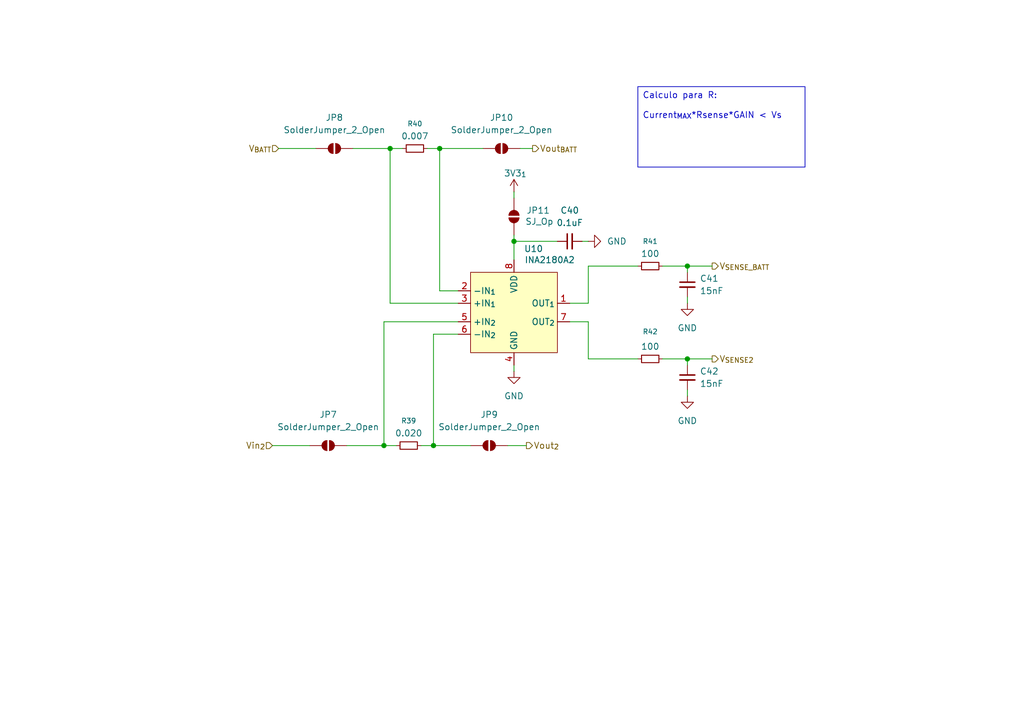
<source format=kicad_sch>
(kicad_sch (version 20250114) (generator "eeschema") (generator_version "9.0")
  (paper "A5")
  (lib_symbols
    (symbol "CompVuelo:INA2180"
      (property "Reference" "U" (at -8.382 9.398 0))
      (property "Value" "INA2180" (at 0 0 0))
      (symbol "INA2180_1_1"
        (rectangle (start -8.89 7.62) (end 8.89 -8.89) (fill (type background)))
        (pin input line (at -11.43 3.81 0) (length 2.54) (name "-IN_{1}") (number "2"))
        (pin input line (at -11.43 1.27 0) (length 2.54) (name "+IN_{1}") (number "3"))
        (pin input line (at -11.43 -2.54 0) (length 2.54) (name "+IN_{2}") (number "5"))
        (pin input line (at -11.43 -5.08 0) (length 2.54) (name "-IN_{2}") (number "6"))
        (pin power_in line (at 0 10.16 270) (length 2.54) (name "VDD") (number "8"))
        (pin passive line (at 0 -11.43 90) (length 2.54) (name "GND") (number "4"))
        (pin output line (at 11.43 1.27 180) (length 2.54) (name "OUT_{1}") (number "1"))
        (pin output line (at 11.43 -2.54 180) (length 2.54) (name "OUT_{2}") (number "7"))
      )
    )
    (symbol "Device:C_Small" (pin_numbers (hide yes)) (pin_names (offset 0.254) (hide yes))
      (property "Reference" "C" (at 0.254 1.778 0))
      (property "Value" "C_Small" (at 0.254 -2.032 0))
      (symbol "C_Small_0_1"
        (polyline (pts (xy -1.524 0.508) (xy 1.524 0.508)) (stroke (width 0.3048)))
        (polyline (pts (xy -1.524 -0.508) (xy 1.524 -0.508)) (stroke (width 0.3302)))
      )
      (symbol "C_Small_1_1"
        (pin passive line (at 0 2.54 270) (length 2.032) (name "~") (number "1"))
        (pin passive line (at 0 -2.54 90) (length 2.032) (name "~") (number "2"))
      )
    )
    (symbol "Device:R_Small" (pin_numbers (hide yes)) (pin_names (offset 0.254) (hide yes))
      (property "Reference" "R" (at 0 0 90))
      (property "Value" "R_Small" (at 1.778 0 90))
      (symbol "R_Small_0_1"
        (rectangle (start -0.762 1.778) (end 0.762 -1.778) (stroke (width 0.2032)))
      )
      (symbol "R_Small_1_1"
        (pin passive line (at 0 2.54 270) (length 0.762) (name "~") (number "1"))
        (pin passive line (at 0 -2.54 90) (length 0.762) (name "~") (number "2"))
      )
    )
    (symbol "Jumper:SolderJumper_2_Open" (pin_numbers (hide yes)) (pin_names (offset 0) (hide yes)) (in_bom no)
      (property "Reference" "JP" (at 0 2.032 0))
      (property "Value" "SolderJumper_2_Open" (at 0 -2.54 0))
      (symbol "SolderJumper_2_Open_0_1"
        (polyline (pts (xy -0.254 1.016) (xy -0.254 -1.016)))
        (arc (start -0.254 -1.016) (mid -1.2656 0) (end -0.254 1.016))
        (arc (start -0.254 -1.016) (mid -1.2656 0) (end -0.254 1.016) (fill (type outline)))
        (arc (start 0.254 1.016) (mid 1.2656 0) (end 0.254 -1.016))
        (arc (start 0.254 1.016) (mid 1.2656 0) (end 0.254 -1.016) (fill (type outline)))
        (polyline (pts (xy 0.254 1.016) (xy 0.254 -1.016)))
      )
      (symbol "SolderJumper_2_Open_1_1"
        (pin passive line (at -3.81 0 0) (length 2.54) (name "A") (number "1"))
        (pin passive line (at 3.81 0 180) (length 2.54) (name "B") (number "2"))
      )
    )
    (symbol "power:+7.5V" (power) (pin_numbers (hide yes)) (pin_names (offset 0) (hide yes))
      (property "Value" "+7.5V" (at 0 3.556 0))
      (symbol "+7.5V_0_1"
        (polyline (pts (xy -0.762 1.27) (xy 0 2.54)))
        (polyline (pts (xy 0 2.54) (xy 0.762 1.27)))
        (polyline (pts (xy 0 0) (xy 0 2.54)))
      )
      (symbol "+7.5V_1_1"
        (pin power_in line (at 0 0 90) (length 0) (name "~") (number "1"))
      )
    )
    (symbol "power:GND" (power) (pin_numbers (hide yes)) (pin_names (offset 0) (hide yes))
      (property "Value" "GND" (at 0 -3.81 0))
      (symbol "GND_0_1"
        (polyline (pts (xy 0 0) (xy 0 -1.27) (xy 1.27 -1.27) (xy 0 -2.54) (xy -1.27 -1.27) (xy 0 -1.27)))
      )
      (symbol "GND_1_1"
        (pin power_in line (at 0 0 270) (length 0) (name "~") (number "1"))
      )
    )
  )
  (text_box "Calculo para R:\n\nCurrent_{MAX}*Rsense*GAIN < Vs\n" (at 130.81 17.78 0) (size 34.29 16.51) (margins 0.9525 0.9525 0.9525 0.9525) (effects (font (size 1.27 1.27)) (justify left top)))
  (junction (at 90.17 30.48))
  (junction (at 88.9 91.44))
  (junction (at 140.97 73.66))
  (junction (at 80.01 30.48))
  (junction (at 78.74 91.44))
  (junction (at 140.97 54.61))
  (junction (at 105.41 49.53))
  (wire (pts (xy 90.17 30.48) (xy 99.06 30.48)))
  (wire (pts (xy 93.98 62.23) (xy 80.01 62.23)))
  (wire (pts (xy 120.65 73.66) (xy 120.65 66.04)))
  (wire (pts (xy 105.41 76.2) (xy 105.41 74.93)))
  (wire (pts (xy 120.65 62.23) (xy 116.84 62.23)))
  (wire (pts (xy 57.15 30.48) (xy 64.77 30.48)))
  (wire (pts (xy 72.39 30.48) (xy 80.01 30.48)))
  (wire (pts (xy 78.74 91.44) (xy 78.74 66.04)))
  (wire (pts (xy 88.9 68.58) (xy 93.98 68.58)))
  (wire (pts (xy 105.41 49.53) (xy 105.41 53.34)))
  (wire (pts (xy 140.97 74.93) (xy 140.97 73.66)))
  (wire (pts (xy 78.74 91.44) (xy 81.28 91.44)))
  (wire (pts (xy 71.12 91.44) (xy 78.74 91.44)))
  (wire (pts (xy 105.41 39.37) (xy 105.41 40.64)))
  (wire (pts (xy 106.68 30.48) (xy 109.22 30.48)))
  (wire (pts (xy 86.36 91.44) (xy 88.9 91.44)))
  (wire (pts (xy 88.9 91.44) (xy 88.9 68.58)))
  (wire (pts (xy 120.65 49.53) (xy 119.38 49.53)))
  (wire (pts (xy 80.01 62.23) (xy 80.01 30.48)))
  (wire (pts (xy 120.65 66.04) (xy 116.84 66.04)))
  (wire (pts (xy 88.9 91.44) (xy 96.52 91.44)))
  (wire (pts (xy 135.89 54.61) (xy 140.97 54.61)))
  (wire (pts (xy 135.89 73.66) (xy 140.97 73.66)))
  (wire (pts (xy 140.97 55.88) (xy 140.97 54.61)))
  (wire (pts (xy 120.65 73.66) (xy 130.81 73.66)))
  (wire (pts (xy 120.65 54.61) (xy 120.65 62.23)))
  (wire (pts (xy 80.01 30.48) (xy 82.55 30.48)))
  (wire (pts (xy 78.74 66.04) (xy 93.98 66.04)))
  (wire (pts (xy 104.14 91.44) (xy 107.95 91.44)))
  (wire (pts (xy 120.65 54.61) (xy 130.81 54.61)))
  (wire (pts (xy 55.88 91.44) (xy 63.5 91.44)))
  (wire (pts (xy 140.97 54.61) (xy 146.05 54.61)))
  (wire (pts (xy 114.3 49.53) (xy 105.41 49.53)))
  (wire (pts (xy 90.17 59.69) (xy 90.17 30.48)))
  (wire (pts (xy 140.97 81.28) (xy 140.97 80.01)))
  (wire (pts (xy 105.41 48.26) (xy 105.41 49.53)))
  (wire (pts (xy 87.63 30.48) (xy 90.17 30.48)))
  (wire (pts (xy 93.98 59.69) (xy 90.17 59.69)))
  (wire (pts (xy 140.97 73.66) (xy 146.05 73.66)))
  (wire (pts (xy 140.97 62.23) (xy 140.97 60.96)))
  (hierarchical_label "V_{BATT}" (shape input) (at 57.15 30.48 180))
  (hierarchical_label "V_{SENSE2}" (shape output) (at 146.05 73.66 0))
  (hierarchical_label "V_{SENSE_BATT}" (shape output) (at 146.05 54.61 0))
  (hierarchical_label "Vout_{2}" (shape output) (at 107.95 91.44 0))
  (hierarchical_label "Vout_{BATT}" (shape output) (at 109.22 30.48 0))
  (hierarchical_label "Vin_{2}" (shape input) (at 55.88 91.44 180))
  (symbol (lib_id "Device:R_Small") (at 85.09 30.48 90) (unit 1)
    (property "Reference" "R40" (at 85.09 25.4 90) (effects (font (size 1.016 1.016))))
    (property "Value" "0.007" (at 85.09 27.94 90))
    (property "Footprint" "Resistor_SMD:R_1206_3216Metric_Pad1.30x1.75mm_HandSolder" (effects (hide yes)))
    (property "Description" "Resistor, small symbol" (effects (hide yes)))
  )
  (symbol (lib_id "Jumper:SolderJumper_2_Open") (at 67.31 91.44 0) (unit 1) (in_bom no)
    (property "Reference" "JP7" (at 67.31 85.09 0))
    (property "Value" "SolderJumper_2_Open" (at 67.31 87.63 0))
    (property "Footprint" "Jumper:SolderJumper-2_P1.3mm_Open_RoundedPad1.0x1.5mm" (effects (hide yes)))
    (property "Description" "Solder Jumper, 2-pole, open" (effects (hide yes)))
  )
  (symbol (lib_id "Jumper:SolderJumper_2_Open") (at 68.58 30.48 0) (unit 1) (in_bom no)
    (property "Reference" "JP8" (at 68.58 24.13 0))
    (property "Value" "SolderJumper_2_Open" (at 68.58 26.67 0))
    (property "Footprint" "Jumper:SolderJumper-2_P1.3mm_Open_RoundedPad1.0x1.5mm" (effects (hide yes)))
    (property "Description" "Solder Jumper, 2-pole, open" (effects (hide yes)))
  )
  (symbol (lib_id "power:+7.5V") (at 105.41 39.37 0) (unit 1)
    (property "Reference" "#PWR092" (effects (hide yes)))
    (property "Value" "3V3_{1}" (at 105.664 35.56 0))
    (property "Description" "Power symbol creates a global label with name \"+7.5V\"" (effects (hide yes)))
  )
  (symbol (lib_id "Device:R_Small") (at 133.35 73.66 90) (unit 1)
    (property "Reference" "R42" (at 133.35 68.072 90) (effects (font (size 1.016 1.016))))
    (property "Value" "100" (at 133.35 71.12 90))
    (property "Footprint" "Resistor_SMD:R_0805_2012Metric_Pad1.20x1.40mm_HandSolder" (effects (hide yes)))
    (property "Description" "Resistor, small symbol" (effects (hide yes)))
  )
  (symbol (lib_id "Device:R_Small") (at 83.82 91.44 90) (unit 1)
    (property "Reference" "R39" (at 83.82 86.36 90) (effects (font (size 1.016 1.016))))
    (property "Value" "0.020" (at 83.82 88.9 90))
    (property "Footprint" "Resistor_SMD:R_1206_3216Metric_Pad1.30x1.75mm_HandSolder" (effects (hide yes)))
    (property "Description" "Resistor, small symbol" (effects (hide yes)))
  )
  (symbol (lib_id "Device:C_Small") (at 140.97 58.42 0) (unit 1)
    (property "Reference" "C41" (at 143.51 57.1562 0) (effects (justify left)))
    (property "Value" "15nF" (at 143.51 59.6962 0) (effects (justify left)))
    (property "Footprint" "Capacitor_SMD:C_0805_2012Metric_Pad1.18x1.45mm_HandSolder" (effects (hide yes)))
    (property "Description" "Unpolarized capacitor, small symbol" (effects (hide yes)))
  )
  (symbol (lib_id "CompVuelo:INA2180") (at 105.41 63.5 0) (unit 1)
    (property "Reference" "U10" (at 107.442 51.054 0) (effects (justify left)))
    (property "Value" "INA2180A2" (at 107.5533 53.34 0) (effects (justify left)))
    (property "Footprint" "CompVuelo:Texas_S-PDSO-G8_3x3mm_P0.65mm" (effects (hide yes)))
    (property "Datasheet" "https://www.ti.com/lit/ds/symlink/ina2180.pdf" (effects (hide yes)))
    (property "Description" "Low- and High-Side Voltage Output, Current-Sense Amplifiers" (effects (hide yes)))
  )
  (symbol (lib_id "power:GND") (at 140.97 62.23 0) (unit 1)
    (property "Reference" "#PWR095" (effects (hide yes)))
    (property "Value" "GND" (at 140.97 67.31 0))
    (property "Description" "Power symbol creates a global label with name \"GND\" , ground" (effects (hide yes)))
  )
  (symbol (lib_id "power:GND") (at 105.41 76.2 0) (unit 1)
    (property "Reference" "#PWR093" (effects (hide yes)))
    (property "Value" "GND" (at 105.41 81.28 0))
    (property "Description" "Power symbol creates a global label with name \"GND\" , ground" (effects (hide yes)))
  )
  (symbol (lib_id "Jumper:SolderJumper_2_Open") (at 102.87 30.48 0) (unit 1) (in_bom no)
    (property "Reference" "JP10" (at 102.87 24.13 0))
    (property "Value" "SolderJumper_2_Open" (at 102.87 26.67 0))
    (property "Footprint" "Jumper:SolderJumper-2_P1.3mm_Open_RoundedPad1.0x1.5mm" (effects (hide yes)))
    (property "Description" "Solder Jumper, 2-pole, open" (effects (hide yes)))
  )
  (symbol (lib_id "power:GND") (at 140.97 81.28 0) (unit 1)
    (property "Reference" "#PWR096" (effects (hide yes)))
    (property "Value" "GND" (at 140.97 86.36 0))
    (property "Description" "Power symbol creates a global label with name \"GND\" , ground" (effects (hide yes)))
  )
  (symbol (lib_id "power:GND") (at 120.65 49.53 90) (unit 1)
    (property "Reference" "#PWR094" (effects (hide yes)))
    (property "Value" "GND" (at 124.46 49.5299 90) (effects (justify right)))
    (property "Description" "Power symbol creates a global label with name \"GND\" , ground" (effects (hide yes)))
  )
  (symbol (lib_id "Device:R_Small") (at 133.35 54.61 90) (unit 1)
    (property "Reference" "R41" (at 133.35 49.53 90) (effects (font (size 1.016 1.016))))
    (property "Value" "100" (at 133.35 52.07 90))
    (property "Footprint" "Resistor_SMD:R_0805_2012Metric_Pad1.20x1.40mm_HandSolder" (effects (hide yes)))
    (property "Description" "Resistor, small symbol" (effects (hide yes)))
  )
  (symbol (lib_id "Jumper:SolderJumper_2_Open") (at 100.33 91.44 0) (unit 1) (in_bom no)
    (property "Reference" "JP9" (at 100.33 85.09 0))
    (property "Value" "SolderJumper_2_Open" (at 100.33 87.63 0))
    (property "Footprint" "Jumper:SolderJumper-2_P1.3mm_Open_RoundedPad1.0x1.5mm" (effects (hide yes)))
    (property "Description" "Solder Jumper, 2-pole, open" (effects (hide yes)))
  )
  (symbol (lib_id "Device:C_Small") (at 140.97 77.47 0) (unit 1)
    (property "Reference" "C42" (at 143.51 76.2062 0) (effects (justify left)))
    (property "Value" "15nF" (at 143.51 78.7462 0) (effects (justify left)))
    (property "Footprint" "Capacitor_SMD:C_0805_2012Metric_Pad1.18x1.45mm_HandSolder" (effects (hide yes)))
    (property "Description" "Unpolarized capacitor, small symbol" (effects (hide yes)))
  )
  (symbol (lib_id "Device:C_Small") (at 116.84 49.53 90) (unit 1)
    (property "Reference" "C40" (at 116.8463 43.18 90))
    (property "Value" "0.1uF" (at 116.8463 45.72 90))
    (property "Footprint" "Capacitor_SMD:C_0805_2012Metric_Pad1.18x1.45mm_HandSolder" (effects (hide yes)))
    (property "Description" "Unpolarized capacitor, small symbol" (effects (hide yes)))
  )
  (symbol (lib_id "Jumper:SolderJumper_2_Open") (at 105.41 44.45 90) (unit 1) (in_bom no)
    (property "Reference" "JP11" (at 107.95 43.1799 90) (effects (justify right)))
    (property "Value" "SJ_Op" (at 107.696 45.466 90) (effects (justify right)))
    (property "Footprint" "Jumper:SolderJumper-2_P1.3mm_Open_RoundedPad1.0x1.5mm" (effects (hide yes)))
    (property "Description" "Solder Jumper, 2-pole, open" (effects (hide yes)))
  )
)
</source>
